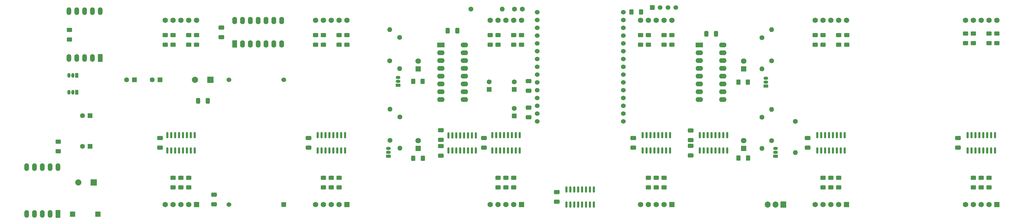
<source format=gbr>
%TF.GenerationSoftware,KiCad,Pcbnew,(6.0.10)*%
%TF.CreationDate,2023-02-22T22:23:04-03:00*%
%TF.ProjectId,SevenSegmentClock,53657665-6e53-4656-976d-656e74436c6f,rev?*%
%TF.SameCoordinates,Original*%
%TF.FileFunction,Soldermask,Top*%
%TF.FilePolarity,Negative*%
%FSLAX46Y46*%
G04 Gerber Fmt 4.6, Leading zero omitted, Abs format (unit mm)*
G04 Created by KiCad (PCBNEW (6.0.10)) date 2023-02-22 22:23:04*
%MOMM*%
%LPD*%
G01*
G04 APERTURE LIST*
G04 Aperture macros list*
%AMRoundRect*
0 Rectangle with rounded corners*
0 $1 Rounding radius*
0 $2 $3 $4 $5 $6 $7 $8 $9 X,Y pos of 4 corners*
0 Add a 4 corners polygon primitive as box body*
4,1,4,$2,$3,$4,$5,$6,$7,$8,$9,$2,$3,0*
0 Add four circle primitives for the rounded corners*
1,1,$1+$1,$2,$3*
1,1,$1+$1,$4,$5*
1,1,$1+$1,$6,$7*
1,1,$1+$1,$8,$9*
0 Add four rect primitives between the rounded corners*
20,1,$1+$1,$2,$3,$4,$5,0*
20,1,$1+$1,$4,$5,$6,$7,0*
20,1,$1+$1,$6,$7,$8,$9,0*
20,1,$1+$1,$8,$9,$2,$3,0*%
G04 Aperture macros list end*
%ADD10RoundRect,0.250000X-0.400000X-0.625000X0.400000X-0.625000X0.400000X0.625000X-0.400000X0.625000X0*%
%ADD11RoundRect,0.250000X0.625000X-0.400000X0.625000X0.400000X-0.625000X0.400000X-0.625000X-0.400000X0*%
%ADD12RoundRect,0.250000X-0.650000X0.412500X-0.650000X-0.412500X0.650000X-0.412500X0.650000X0.412500X0*%
%ADD13R,1.600000X2.400000*%
%ADD14O,1.600000X2.400000*%
%ADD15RoundRect,0.250000X0.412500X0.650000X-0.412500X0.650000X-0.412500X-0.650000X0.412500X-0.650000X0*%
%ADD16RoundRect,0.250000X-0.625000X0.400000X-0.625000X-0.400000X0.625000X-0.400000X0.625000X0.400000X0*%
%ADD17RoundRect,0.150000X0.150000X-0.825000X0.150000X0.825000X-0.150000X0.825000X-0.150000X-0.825000X0*%
%ADD18R,1.500000X1.050000*%
%ADD19O,1.500000X1.050000*%
%ADD20R,1.524000X1.524000*%
%ADD21C,1.524000*%
%ADD22R,1.700000X1.700000*%
%ADD23R,1.600000X1.600000*%
%ADD24C,1.600000*%
%ADD25O,1.600000X1.600000*%
%ADD26RoundRect,0.250000X0.400000X0.625000X-0.400000X0.625000X-0.400000X-0.625000X0.400000X-0.625000X0*%
%ADD27R,1.050000X1.500000*%
%ADD28O,1.050000X1.500000*%
%ADD29RoundRect,0.250000X0.650000X-0.412500X0.650000X0.412500X-0.650000X0.412500X-0.650000X-0.412500X0*%
%ADD30R,2.000000X2.000000*%
%ADD31C,2.000000*%
%ADD32R,2.400000X1.600000*%
%ADD33O,2.400000X1.600000*%
%ADD34R,1.500000X1.500000*%
%ADD35C,1.500000*%
%ADD36R,1.905000X2.000000*%
%ADD37O,1.905000X2.000000*%
%ADD38R,1.750000X1.750000*%
%ADD39C,1.750000*%
%ADD40R,1.524000X2.524000*%
%ADD41O,1.524000X2.524000*%
%ADD42R,1.800000X1.800000*%
%ADD43C,1.800000*%
G04 APERTURE END LIST*
D10*
%TO.C,R38*%
X281710800Y-105785000D03*
X284810800Y-105785000D03*
%TD*%
D11*
%TO.C,R1*%
X98382100Y-93599600D03*
X98382100Y-90499600D03*
%TD*%
D12*
%TO.C,C9*%
X304162200Y-124015100D03*
X304162200Y-127140100D03*
%TD*%
D13*
%TO.C,U9*%
X118337800Y-93371800D03*
D14*
X120877800Y-93371800D03*
X123417800Y-93371800D03*
X125957800Y-93371800D03*
X128497800Y-93371800D03*
X131037800Y-93371800D03*
X133577800Y-93371800D03*
X133577800Y-85751800D03*
X131037800Y-85751800D03*
X128497800Y-85751800D03*
X125957800Y-85751800D03*
X123417800Y-85751800D03*
X120877800Y-85751800D03*
X118337800Y-85751800D03*
%TD*%
D15*
%TO.C,C3*%
X274416700Y-90065600D03*
X271291700Y-90065600D03*
%TD*%
D16*
%TO.C,R55*%
X363050100Y-136981600D03*
X363050100Y-140081600D03*
%TD*%
D11*
%TO.C,R28*%
X252560100Y-93599600D03*
X252560100Y-90499600D03*
%TD*%
D17*
%TO.C,U5*%
X201887100Y-128052600D03*
X203157100Y-128052600D03*
X204427100Y-128052600D03*
X205697100Y-128052600D03*
X206967100Y-128052600D03*
X208237100Y-128052600D03*
X209507100Y-128052600D03*
X210777100Y-128052600D03*
X210777100Y-123102600D03*
X209507100Y-123102600D03*
X208237100Y-123102600D03*
X206967100Y-123102600D03*
X205697100Y-123102600D03*
X204427100Y-123102600D03*
X203157100Y-123102600D03*
X201887100Y-123102600D03*
%TD*%
D18*
%TO.C,Q4*%
X290612400Y-107051400D03*
D19*
X290612400Y-105781400D03*
X290612400Y-104511400D03*
%TD*%
D20*
%TO.C,U15*%
X134226600Y-145641200D03*
D21*
X134226600Y-105001200D03*
X116446600Y-105001200D03*
X116446600Y-145641200D03*
%TD*%
D16*
%TO.C,R12*%
X152230100Y-136981600D03*
X152230100Y-140081600D03*
%TD*%
D22*
%TO.C,J2*%
X65761000Y-148823400D03*
%TD*%
D12*
%TO.C,C8*%
X199223400Y-124015100D03*
X199223400Y-127140100D03*
%TD*%
D18*
%TO.C,Q1*%
X168190600Y-129926800D03*
D19*
X168190600Y-128656800D03*
X168190600Y-127386800D03*
%TD*%
D23*
%TO.C,C23*%
X85799041Y-105018800D03*
D24*
X83299041Y-105018800D03*
%TD*%
%TO.C,R59*%
X300163200Y-118618000D03*
D25*
X300163200Y-128778000D03*
%TD*%
D12*
%TO.C,C14*%
X94090800Y-124015100D03*
X94090800Y-127140100D03*
%TD*%
D11*
%TO.C,R50*%
X64769200Y-91872400D03*
X64769200Y-88772400D03*
%TD*%
D16*
%TO.C,R5*%
X103462100Y-136981600D03*
X103462100Y-140081600D03*
%TD*%
D26*
%TO.C,R15*%
X179357600Y-130574000D03*
X176257600Y-130574000D03*
%TD*%
D16*
%TO.C,R30*%
X252560100Y-136981600D03*
X252560100Y-140081600D03*
%TD*%
D11*
%TO.C,R34*%
X260180100Y-93599600D03*
X260180100Y-90499600D03*
%TD*%
D23*
%TO.C,C15*%
X208986200Y-116806359D03*
D24*
X208986200Y-114306359D03*
%TD*%
D16*
%TO.C,R52*%
X360510100Y-136981600D03*
X360510100Y-140081600D03*
%TD*%
%TO.C,R43*%
X309202100Y-136981600D03*
X309202100Y-140081600D03*
%TD*%
D24*
%TO.C,R19*%
X168635000Y-98873200D03*
D25*
X168635000Y-88713200D03*
%TD*%
D23*
%TO.C,C24*%
X94105759Y-105018800D03*
D24*
X91605759Y-105018800D03*
%TD*%
D11*
%TO.C,R29*%
X250020100Y-93599600D03*
X250020100Y-90499600D03*
%TD*%
D12*
%TO.C,C10*%
X352916200Y-124015100D03*
X352916200Y-127140100D03*
%TD*%
D16*
%TO.C,R11*%
X149690100Y-136981600D03*
X149690100Y-140081600D03*
%TD*%
%TO.C,R54*%
X61078600Y-125179100D03*
X61078600Y-128279100D03*
%TD*%
D21*
%TO.C,U13*%
X216452100Y-82993600D03*
X216452100Y-85533600D03*
X216452100Y-88073600D03*
X216452100Y-90613600D03*
X216452100Y-93153600D03*
X216452100Y-95693600D03*
X216452100Y-98233600D03*
X216452100Y-100773600D03*
X216452100Y-103313600D03*
X216452100Y-105853600D03*
X216452100Y-108393600D03*
X216452100Y-110933600D03*
X216452100Y-113473600D03*
X216452100Y-116013600D03*
X216452100Y-118553600D03*
X244392100Y-118553600D03*
X244392100Y-116013600D03*
X244392100Y-113473600D03*
X244392100Y-110933600D03*
X244392100Y-108393600D03*
X244392100Y-105853600D03*
X244392100Y-103313600D03*
X244392100Y-100773600D03*
X244392100Y-98233600D03*
X244392100Y-95693600D03*
X244392100Y-93153600D03*
X244392100Y-90613600D03*
X244392100Y-88073600D03*
X244392100Y-85533600D03*
X244392100Y-82993600D03*
%TD*%
D11*
%TO.C,R48*%
X357970100Y-93091600D03*
X357970100Y-89991600D03*
%TD*%
D16*
%TO.C,R10*%
X147150100Y-136981600D03*
X147150100Y-140081600D03*
%TD*%
D11*
%TO.C,R7*%
X106002100Y-93599600D03*
X106002100Y-90499600D03*
%TD*%
%TO.C,R46*%
X314282100Y-93599600D03*
X314282100Y-90499600D03*
%TD*%
D16*
%TO.C,R32*%
X257640100Y-136981600D03*
X257640100Y-140081600D03*
%TD*%
D24*
%TO.C,R16*%
X168707200Y-124720000D03*
D25*
X168707200Y-114560000D03*
%TD*%
D16*
%TO.C,R44*%
X311742100Y-136981600D03*
X311742100Y-140081600D03*
%TD*%
D11*
%TO.C,R21*%
X203792100Y-93599600D03*
X203792100Y-90499600D03*
%TD*%
D17*
%TO.C,U12*%
X356065100Y-128052600D03*
X357335100Y-128052600D03*
X358605100Y-128052600D03*
X359875100Y-128052600D03*
X361145100Y-128052600D03*
X362415100Y-128052600D03*
X363685100Y-128052600D03*
X364955100Y-128052600D03*
X364955100Y-123102600D03*
X363685100Y-123102600D03*
X362415100Y-123102600D03*
X361145100Y-123102600D03*
X359875100Y-123102600D03*
X358605100Y-123102600D03*
X357335100Y-123102600D03*
X356065100Y-123102600D03*
%TD*%
D24*
%TO.C,R17*%
X171956200Y-117120600D03*
D25*
X171956200Y-127280600D03*
%TD*%
D27*
%TO.C,Q5*%
X67077400Y-103556400D03*
D28*
X65807400Y-103556400D03*
X64537400Y-103556400D03*
%TD*%
D12*
%TO.C,C12*%
X142313400Y-124015100D03*
X142313400Y-127140100D03*
%TD*%
D16*
%TO.C,R23*%
X203792100Y-136981600D03*
X203792100Y-140081600D03*
%TD*%
D24*
%TO.C,R39*%
X292528400Y-98856800D03*
D25*
X292528400Y-88696800D03*
%TD*%
D27*
%TO.C,Q6*%
X67077400Y-109075000D03*
D28*
X65807400Y-109075000D03*
X64537400Y-109075000D03*
%TD*%
D29*
%TO.C,C1*%
X185174600Y-129729600D03*
X185174600Y-126604600D03*
%TD*%
D16*
%TO.C,R25*%
X208872100Y-136981600D03*
X208872100Y-140081600D03*
%TD*%
%TO.C,R4*%
X100922100Y-136981600D03*
X100922100Y-140081600D03*
%TD*%
D15*
%TO.C,C4*%
X190552900Y-89049600D03*
X187427900Y-89049600D03*
%TD*%
D29*
%TO.C,C17*%
X213628000Y-108553720D03*
X213628000Y-105428720D03*
%TD*%
D11*
%TO.C,R2*%
X95842100Y-93599600D03*
X95842100Y-90499600D03*
%TD*%
D17*
%TO.C,U2*%
X269189200Y-128052600D03*
X270459200Y-128052600D03*
X271729200Y-128052600D03*
X272999200Y-128052600D03*
X274269200Y-128052600D03*
X275539200Y-128052600D03*
X276809200Y-128052600D03*
X278079200Y-128052600D03*
X278079200Y-123102600D03*
X276809200Y-123102600D03*
X275539200Y-123102600D03*
X274269200Y-123102600D03*
X272999200Y-123102600D03*
X271729200Y-123102600D03*
X270459200Y-123102600D03*
X269189200Y-123102600D03*
%TD*%
D16*
%TO.C,R31*%
X255100100Y-136981600D03*
X255100100Y-140081600D03*
%TD*%
D17*
%TO.C,U1*%
X96477100Y-128052600D03*
X97747100Y-128052600D03*
X99017100Y-128052600D03*
X100287100Y-128052600D03*
X101557100Y-128052600D03*
X102827100Y-128052600D03*
X104097100Y-128052600D03*
X105367100Y-128052600D03*
X105367100Y-123102600D03*
X104097100Y-123102600D03*
X102827100Y-123102600D03*
X101557100Y-123102600D03*
X100287100Y-123102600D03*
X99017100Y-123102600D03*
X97747100Y-123102600D03*
X96477100Y-123102600D03*
%TD*%
%TO.C,U7*%
X225977100Y-145685000D03*
X227247100Y-145685000D03*
X228517100Y-145685000D03*
X229787100Y-145685000D03*
X231057100Y-145685000D03*
X232327100Y-145685000D03*
X233597100Y-145685000D03*
X234867100Y-145685000D03*
X234867100Y-140735000D03*
X233597100Y-140735000D03*
X232327100Y-140735000D03*
X231057100Y-140735000D03*
X229787100Y-140735000D03*
X228517100Y-140735000D03*
X227247100Y-140735000D03*
X225977100Y-140735000D03*
%TD*%
D11*
%TO.C,R13*%
X152230100Y-93599600D03*
X152230100Y-90499600D03*
%TD*%
D16*
%TO.C,R51*%
X357970100Y-136981600D03*
X357970100Y-140081600D03*
%TD*%
%TO.C,R3*%
X98382100Y-136981600D03*
X98382100Y-140081600D03*
%TD*%
D11*
%TO.C,R47*%
X316844100Y-93599600D03*
X316844100Y-90499600D03*
%TD*%
D10*
%TO.C,R35*%
X281736200Y-130536000D03*
X284836200Y-130536000D03*
%TD*%
D17*
%TO.C,U11*%
X307297100Y-128052600D03*
X308567100Y-128052600D03*
X309837100Y-128052600D03*
X311107100Y-128052600D03*
X312377100Y-128052600D03*
X313647100Y-128052600D03*
X314917100Y-128052600D03*
X316187100Y-128052600D03*
X316187100Y-123102600D03*
X314917100Y-123102600D03*
X313647100Y-123102600D03*
X312377100Y-123102600D03*
X311107100Y-123102600D03*
X309837100Y-123102600D03*
X308567100Y-123102600D03*
X307297100Y-123102600D03*
%TD*%
D29*
%TO.C,C16*%
X213628000Y-117186479D03*
X213628000Y-114061479D03*
%TD*%
D24*
%TO.C,R40*%
X289391800Y-91288000D03*
D25*
X289391800Y-101448000D03*
%TD*%
D30*
%TO.C,C26*%
X72612646Y-138440200D03*
D31*
X67612646Y-138440200D03*
%TD*%
D23*
%TO.C,C18*%
X200888600Y-108173600D03*
D24*
X200888600Y-105673600D03*
%TD*%
%TO.C,R36*%
X292524000Y-124828800D03*
D25*
X292524000Y-114668800D03*
%TD*%
D16*
%TO.C,R45*%
X314282100Y-136981600D03*
X314282100Y-140081600D03*
%TD*%
D23*
%TO.C,C21*%
X71427349Y-116731800D03*
D24*
X68927349Y-116731800D03*
%TD*%
D11*
%TO.C,R9*%
X144610100Y-93599600D03*
X144610100Y-90499600D03*
%TD*%
D32*
%TO.C,U10*%
X185190400Y-93667400D03*
D33*
X185190400Y-96207400D03*
X185190400Y-98747400D03*
X185190400Y-101287400D03*
X185190400Y-103827400D03*
X185190400Y-106367400D03*
X185190400Y-108907400D03*
X185190400Y-111447400D03*
X192810400Y-111447400D03*
X192810400Y-108907400D03*
X192810400Y-106367400D03*
X192810400Y-103827400D03*
X192810400Y-101287400D03*
X192810400Y-98747400D03*
X192810400Y-96207400D03*
X192810400Y-93667400D03*
%TD*%
D17*
%TO.C,U8*%
X250655100Y-128052600D03*
X251925100Y-128052600D03*
X253195100Y-128052600D03*
X254465100Y-128052600D03*
X255735100Y-128052600D03*
X257005100Y-128052600D03*
X258275100Y-128052600D03*
X259545100Y-128052600D03*
X259545100Y-123102600D03*
X258275100Y-123102600D03*
X257005100Y-123102600D03*
X255735100Y-123102600D03*
X254465100Y-123102600D03*
X253195100Y-123102600D03*
X251925100Y-123102600D03*
X250655100Y-123102600D03*
%TD*%
D22*
%TO.C,J1*%
X73960800Y-148823400D03*
%TD*%
D32*
%TO.C,U4*%
X269054200Y-93667400D03*
D33*
X269054200Y-96207400D03*
X269054200Y-98747400D03*
X269054200Y-101287400D03*
X269054200Y-103827400D03*
X269054200Y-106367400D03*
X269054200Y-108907400D03*
X269054200Y-111447400D03*
X276674200Y-111447400D03*
X276674200Y-108907400D03*
X276674200Y-106367400D03*
X276674200Y-103827400D03*
X276674200Y-101287400D03*
X276674200Y-98747400D03*
X276674200Y-96207400D03*
X276674200Y-93667400D03*
%TD*%
D10*
%TO.C,R62*%
X247057400Y-82971400D03*
X250157400Y-82971400D03*
%TD*%
D30*
%TO.C,C27*%
X110446154Y-105018800D03*
D31*
X105446154Y-105018800D03*
%TD*%
D26*
%TO.C,R18*%
X179324200Y-105569400D03*
X176224200Y-105569400D03*
%TD*%
D34*
%TO.C,U14*%
X253819200Y-81486600D03*
D35*
X256359200Y-81486600D03*
X258899200Y-81486600D03*
X261439200Y-81486600D03*
%TD*%
D17*
%TO.C,U3*%
X145245100Y-128052600D03*
X146515100Y-128052600D03*
X147785100Y-128052600D03*
X149055100Y-128052600D03*
X150325100Y-128052600D03*
X151595100Y-128052600D03*
X152865100Y-128052600D03*
X154135100Y-128052600D03*
X154135100Y-123102600D03*
X152865100Y-123102600D03*
X151595100Y-123102600D03*
X150325100Y-123102600D03*
X149055100Y-123102600D03*
X147785100Y-123102600D03*
X146515100Y-123102600D03*
X145245100Y-123102600D03*
%TD*%
D24*
%TO.C,R61*%
X194988000Y-82030600D03*
D25*
X205148000Y-82030600D03*
%TD*%
D29*
%TO.C,C19*%
X111647000Y-145605900D03*
X111647000Y-142480900D03*
%TD*%
D15*
%TO.C,C22*%
X109640977Y-111900000D03*
X106515977Y-111900000D03*
%TD*%
D18*
%TO.C,Q3*%
X293735400Y-129962200D03*
D19*
X293735400Y-128692200D03*
X293735400Y-127422200D03*
%TD*%
D18*
%TO.C,Q2*%
X171354200Y-106830400D03*
D19*
X171354200Y-105560400D03*
X171354200Y-104290400D03*
%TD*%
D11*
%TO.C,R33*%
X257640100Y-93599600D03*
X257640100Y-90499600D03*
%TD*%
%TO.C,R27*%
X211412100Y-93599600D03*
X211412100Y-90499600D03*
%TD*%
%TO.C,R56*%
X363050100Y-93091600D03*
X363050100Y-89991600D03*
%TD*%
%TO.C,R22*%
X201252100Y-93599600D03*
X201252100Y-90499600D03*
%TD*%
%TO.C,R26*%
X208872100Y-93599600D03*
X208872100Y-90499600D03*
%TD*%
D16*
%TO.C,R24*%
X206332100Y-136981600D03*
X206332100Y-140081600D03*
%TD*%
D12*
%TO.C,C2*%
X113992400Y-88009300D03*
X113992400Y-91134300D03*
%TD*%
D23*
%TO.C,C20*%
X71427349Y-126686400D03*
D24*
X68927349Y-126686400D03*
%TD*%
D12*
%TO.C,C7*%
X185174600Y-121477600D03*
X185174600Y-124602600D03*
%TD*%
%TO.C,C6*%
X222842800Y-141647500D03*
X222842800Y-144772500D03*
%TD*%
D36*
%TO.C,Q7*%
X296285600Y-145657800D03*
D37*
X293745600Y-145657800D03*
X291205600Y-145657800D03*
%TD*%
D11*
%TO.C,R8*%
X147150100Y-93599600D03*
X147150100Y-90499600D03*
%TD*%
%TO.C,R42*%
X306662100Y-93599600D03*
X306662100Y-90499600D03*
%TD*%
D12*
%TO.C,C11*%
X247647200Y-124015100D03*
X247647200Y-127140100D03*
%TD*%
D17*
%TO.C,U6*%
X187654400Y-128078600D03*
X188924400Y-128078600D03*
X190194400Y-128078600D03*
X191464400Y-128078600D03*
X192734400Y-128078600D03*
X194004400Y-128078600D03*
X195274400Y-128078600D03*
X196544400Y-128078600D03*
X196544400Y-123128600D03*
X195274400Y-123128600D03*
X194004400Y-123128600D03*
X192734400Y-123128600D03*
X191464400Y-123128600D03*
X190194400Y-123128600D03*
X188924400Y-123128600D03*
X187654400Y-123128600D03*
%TD*%
D11*
%TO.C,R49*%
X355430100Y-93091600D03*
X355430100Y-89991600D03*
%TD*%
D24*
%TO.C,R20*%
X171825600Y-91261000D03*
D25*
X171825600Y-101421000D03*
%TD*%
D12*
%TO.C,C13*%
X266268200Y-121515100D03*
X266268200Y-124640100D03*
%TD*%
D23*
%TO.C,C25*%
X208986200Y-108173600D03*
D24*
X208986200Y-105673600D03*
%TD*%
D11*
%TO.C,R6*%
X103462100Y-93599600D03*
X103462100Y-90499600D03*
%TD*%
D24*
%TO.C,R37*%
X289389200Y-117196800D03*
D25*
X289389200Y-127356800D03*
%TD*%
D11*
%TO.C,R57*%
X365590100Y-93091600D03*
X365590100Y-89991600D03*
%TD*%
D29*
%TO.C,C5*%
X266268200Y-129640100D03*
X266268200Y-126515100D03*
%TD*%
D11*
%TO.C,R41*%
X309202100Y-93599600D03*
X309202100Y-90499600D03*
%TD*%
D24*
%TO.C,R60*%
X209104000Y-82004400D03*
X211644000Y-82004400D03*
%TD*%
D11*
%TO.C,R14*%
X154770100Y-93599600D03*
X154770100Y-90499600D03*
%TD*%
D38*
%TO.C,SSD4*%
X260180100Y-145671600D03*
D39*
X257640100Y-145671600D03*
X255100100Y-145671600D03*
X252560100Y-145671600D03*
X250020100Y-145671600D03*
X250020100Y-85671600D03*
X252560100Y-85671600D03*
X255100100Y-85671600D03*
X257640100Y-85671600D03*
X260180100Y-85671600D03*
%TD*%
D40*
%TO.C,SSD8*%
X61044100Y-148691600D03*
D41*
X58504100Y-148691600D03*
X55964100Y-148691600D03*
X53424100Y-148691600D03*
X50884100Y-148691600D03*
X50884100Y-133451600D03*
X53424100Y-133451600D03*
X55964100Y-133451600D03*
X58504100Y-133451600D03*
X61044100Y-133451600D03*
%TD*%
D42*
%TO.C,D3*%
X283421100Y-127355600D03*
D43*
X283421100Y-124815600D03*
%TD*%
D42*
%TO.C,D1*%
X177884100Y-127355600D03*
D43*
X177884100Y-124815600D03*
%TD*%
D38*
%TO.C,SSD5*%
X316822100Y-145671600D03*
D39*
X314282100Y-145671600D03*
X311742100Y-145671600D03*
X309202100Y-145671600D03*
X306662100Y-145671600D03*
X306662100Y-85671600D03*
X309202100Y-85671600D03*
X311742100Y-85671600D03*
X314282100Y-85671600D03*
X316822100Y-85671600D03*
%TD*%
D42*
%TO.C,D2*%
X177884100Y-101447600D03*
D43*
X177884100Y-98907600D03*
%TD*%
D38*
%TO.C,SSD3*%
X211412100Y-145671600D03*
D39*
X208872100Y-145671600D03*
X206332100Y-145671600D03*
X203792100Y-145671600D03*
X201252100Y-145671600D03*
X201252100Y-85671600D03*
X203792100Y-85671600D03*
X206332100Y-85671600D03*
X208872100Y-85671600D03*
X211412100Y-85671600D03*
%TD*%
D40*
%TO.C,SSD6*%
X74760100Y-97942400D03*
D41*
X72220100Y-97942400D03*
X69680100Y-97942400D03*
X67140100Y-97942400D03*
X64600100Y-97942400D03*
X64600100Y-82702400D03*
X67140100Y-82702400D03*
X69680100Y-82702400D03*
X72220100Y-82702400D03*
X74760100Y-82702400D03*
%TD*%
D38*
%TO.C,SSD2*%
X154770100Y-145671600D03*
D39*
X152230100Y-145671600D03*
X149690100Y-145671600D03*
X147150100Y-145671600D03*
X144610100Y-145671600D03*
X144610100Y-85671600D03*
X147150100Y-85671600D03*
X149690100Y-85671600D03*
X152230100Y-85671600D03*
X154770100Y-85671600D03*
%TD*%
D38*
%TO.C,SSD1*%
X106002100Y-145671600D03*
D39*
X103462100Y-145671600D03*
X100922100Y-145671600D03*
X98382100Y-145671600D03*
X95842100Y-145671600D03*
X95842100Y-85671600D03*
X98382100Y-85671600D03*
X100922100Y-85671600D03*
X103462100Y-85671600D03*
X106002100Y-85671600D03*
%TD*%
D42*
%TO.C,D4*%
X283421100Y-101447600D03*
D43*
X283421100Y-98907600D03*
%TD*%
D38*
%TO.C,SSD7*%
X365590100Y-145671600D03*
D39*
X363050100Y-145671600D03*
X360510100Y-145671600D03*
X357970100Y-145671600D03*
X355430100Y-145671600D03*
X355430100Y-85671600D03*
X357970100Y-85671600D03*
X360510100Y-85671600D03*
X363050100Y-85671600D03*
X365590100Y-85671600D03*
%TD*%
M02*

</source>
